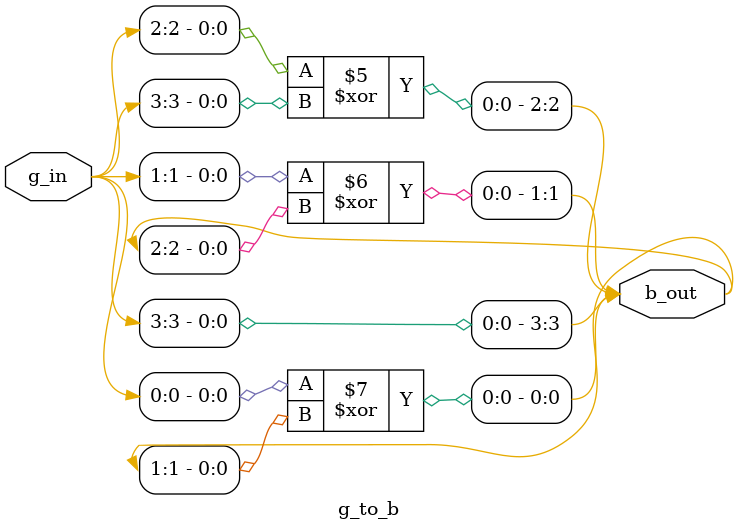
<source format=sv>

module g_to_b #(parameter WIDTH = 4)
  ( input logic [ WIDTH - 1:0] g_in,
   output logic [WIDTH -1 :0] b_out
  );
  
  always_comb begin
     b_out [WIDTH - 1] = g_in[WIDTH -1]; // MSB unchanged
    
    for(int i = WIDTH - 2; i>=0 ; i--)begin //for lower bits
      b_out[i] = g_in[i] ^ b_out[i+1];
    end
    
  end
  
endmodule
  

</source>
